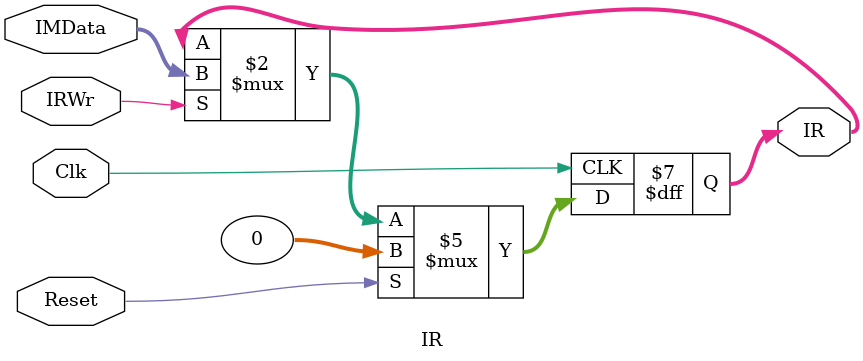
<source format=v>
module IR(input Clk, Reset, 
          input [31:0] IMData, 
          input IRWr,
          output reg [31:0] IR);
    always @(posedge Clk)
       if(Reset)
          IR <= 32'b0;
       else
          if(IRWr)
             IR <= IMData;
endmodule
</source>
